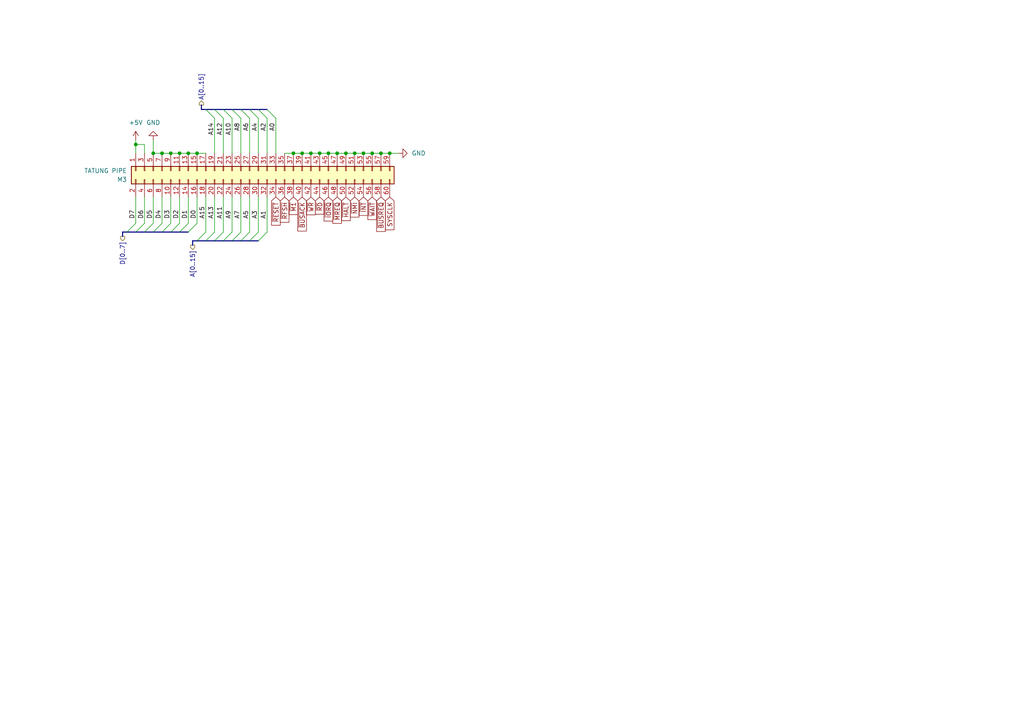
<source format=kicad_sch>
(kicad_sch (version 20250114) (generator "eeschema") (generator_version "9.0")
  (paper "A4")
  (lib_symbols
    (symbol "Connector_Generic:Conn_02x30_Odd_Even" (pin_names (offset 1.016) (hide yes))
      (property "Reference" "J" (at 1.27 38.1 0))
      (property "Value" "Conn_02x30_Odd_Even" (at 1.27 -40.64 0))
      (symbol "Conn_02x30_Odd_Even_1_1"
        (rectangle (start -1.27 36.83) (end 3.81 -39.37) (stroke (width 0.254)) (fill (type background)))
        (rectangle (start -1.27 35.687) (end 0 35.433) (stroke (width 0.1524)))
        (rectangle (start -1.27 33.147) (end 0 32.893) (stroke (width 0.1524)))
        (rectangle (start -1.27 30.607) (end 0 30.353) (stroke (width 0.1524)))
        (rectangle (start -1.27 28.067) (end 0 27.813) (stroke (width 0.1524)))
        (rectangle (start -1.27 25.527) (end 0 25.273) (stroke (width 0.1524)))
        (rectangle (start -1.27 22.987) (end 0 22.733) (stroke (width 0.1524)))
        (rectangle (start -1.27 20.447) (end 0 20.193) (stroke (width 0.1524)))
        (rectangle (start -1.27 17.907) (end 0 17.653) (stroke (width 0.1524)))
        (rectangle (start -1.27 15.367) (end 0 15.113) (stroke (width 0.1524)))
        (rectangle (start -1.27 12.827) (end 0 12.573) (stroke (width 0.1524)))
        (rectangle (start -1.27 10.287) (end 0 10.033) (stroke (width 0.1524)))
        (rectangle (start -1.27 7.747) (end 0 7.493) (stroke (width 0.1524)))
        (rectangle (start -1.27 5.207) (end 0 4.953) (stroke (width 0.1524)))
        (rectangle (start -1.27 2.667) (end 0 2.413) (stroke (width 0.1524)))
        (rectangle (start -1.27 0.127) (end 0 -0.127) (stroke (width 0.1524)))
        (rectangle (start -1.27 -2.413) (end 0 -2.667) (stroke (width 0.1524)))
        (rectangle (start -1.27 -4.953) (end 0 -5.207) (stroke (width 0.1524)))
        (rectangle (start -1.27 -7.493) (end 0 -7.747) (stroke (width 0.1524)))
        (rectangle (start -1.27 -10.033) (end 0 -10.287) (stroke (width 0.1524)))
        (rectangle (start -1.27 -12.573) (end 0 -12.827) (stroke (width 0.1524)))
        (rectangle (start -1.27 -15.113) (end 0 -15.367) (stroke (width 0.1524)))
        (rectangle (start -1.27 -17.653) (end 0 -17.907) (stroke (width 0.1524)))
        (rectangle (start -1.27 -20.193) (end 0 -20.447) (stroke (width 0.1524)))
        (rectangle (start -1.27 -22.733) (end 0 -22.987) (stroke (width 0.1524)))
        (rectangle (start -1.27 -25.273) (end 0 -25.527) (stroke (width 0.1524)))
        (rectangle (start -1.27 -27.813) (end 0 -28.067) (stroke (width 0.1524)))
        (rectangle (start -1.27 -30.353) (end 0 -30.607) (stroke (width 0.1524)))
        (rectangle (start -1.27 -32.893) (end 0 -33.147) (stroke (width 0.1524)))
        (rectangle (start -1.27 -35.433) (end 0 -35.687) (stroke (width 0.1524)))
        (rectangle (start -1.27 -37.973) (end 0 -38.227) (stroke (width 0.1524)))
        (rectangle (start 3.81 35.687) (end 2.54 35.433) (stroke (width 0.1524)))
        (rectangle (start 3.81 33.147) (end 2.54 32.893) (stroke (width 0.1524)))
        (rectangle (start 3.81 30.607) (end 2.54 30.353) (stroke (width 0.1524)))
        (rectangle (start 3.81 28.067) (end 2.54 27.813) (stroke (width 0.1524)))
        (rectangle (start 3.81 25.527) (end 2.54 25.273) (stroke (width 0.1524)))
        (rectangle (start 3.81 22.987) (end 2.54 22.733) (stroke (width 0.1524)))
        (rectangle (start 3.81 20.447) (end 2.54 20.193) (stroke (width 0.1524)))
        (rectangle (start 3.81 17.907) (end 2.54 17.653) (stroke (width 0.1524)))
        (rectangle (start 3.81 15.367) (end 2.54 15.113) (stroke (width 0.1524)))
        (rectangle (start 3.81 12.827) (end 2.54 12.573) (stroke (width 0.1524)))
        (rectangle (start 3.81 10.287) (end 2.54 10.033) (stroke (width 0.1524)))
        (rectangle (start 3.81 7.747) (end 2.54 7.493) (stroke (width 0.1524)))
        (rectangle (start 3.81 5.207) (end 2.54 4.953) (stroke (width 0.1524)))
        (rectangle (start 3.81 2.667) (end 2.54 2.413) (stroke (width 0.1524)))
        (rectangle (start 3.81 0.127) (end 2.54 -0.127) (stroke (width 0.1524)))
        (rectangle (start 3.81 -2.413) (end 2.54 -2.667) (stroke (width 0.1524)))
        (rectangle (start 3.81 -4.953) (end 2.54 -5.207) (stroke (width 0.1524)))
        (rectangle (start 3.81 -7.493) (end 2.54 -7.747) (stroke (width 0.1524)))
        (rectangle (start 3.81 -10.033) (end 2.54 -10.287) (stroke (width 0.1524)))
        (rectangle (start 3.81 -12.573) (end 2.54 -12.827) (stroke (width 0.1524)))
        (rectangle (start 3.81 -15.113) (end 2.54 -15.367) (stroke (width 0.1524)))
        (rectangle (start 3.81 -17.653) (end 2.54 -17.907) (stroke (width 0.1524)))
        (rectangle (start 3.81 -20.193) (end 2.54 -20.447) (stroke (width 0.1524)))
        (rectangle (start 3.81 -22.733) (end 2.54 -22.987) (stroke (width 0.1524)))
        (rectangle (start 3.81 -25.273) (end 2.54 -25.527) (stroke (width 0.1524)))
        (rectangle (start 3.81 -27.813) (end 2.54 -28.067) (stroke (width 0.1524)))
        (rectangle (start 3.81 -30.353) (end 2.54 -30.607) (stroke (width 0.1524)))
        (rectangle (start 3.81 -32.893) (end 2.54 -33.147) (stroke (width 0.1524)))
        (rectangle (start 3.81 -35.433) (end 2.54 -35.687) (stroke (width 0.1524)))
        (rectangle (start 3.81 -37.973) (end 2.54 -38.227) (stroke (width 0.1524)))
        (pin passive line (at -5.08 35.56 0) (length 3.81) (name "Pin_1") (number "1"))
        (pin passive line (at -5.08 33.02 0) (length 3.81) (name "Pin_3") (number "3"))
        (pin passive line (at -5.08 30.48 0) (length 3.81) (name "Pin_5") (number "5"))
        (pin passive line (at -5.08 27.94 0) (length 3.81) (name "Pin_7") (number "7"))
        (pin passive line (at -5.08 25.4 0) (length 3.81) (name "Pin_9") (number "9"))
        (pin passive line (at -5.08 22.86 0) (length 3.81) (name "Pin_11") (number "11"))
        (pin passive line (at -5.08 20.32 0) (length 3.81) (name "Pin_13") (number "13"))
        (pin passive line (at -5.08 17.78 0) (length 3.81) (name "Pin_15") (number "15"))
        (pin passive line (at -5.08 15.24 0) (length 3.81) (name "Pin_17") (number "17"))
        (pin passive line (at -5.08 12.7 0) (length 3.81) (name "Pin_19") (number "19"))
        (pin passive line (at -5.08 10.16 0) (length 3.81) (name "Pin_21") (number "21"))
        (pin passive line (at -5.08 7.62 0) (length 3.81) (name "Pin_23") (number "23"))
        (pin passive line (at -5.08 5.08 0) (length 3.81) (name "Pin_25") (number "25"))
        (pin passive line (at -5.08 2.54 0) (length 3.81) (name "Pin_27") (number "27"))
        (pin passive line (at -5.08 0 0) (length 3.81) (name "Pin_29") (number "29"))
        (pin passive line (at -5.08 -2.54 0) (length 3.81) (name "Pin_31") (number "31"))
        (pin passive line (at -5.08 -5.08 0) (length 3.81) (name "Pin_33") (number "33"))
        (pin passive line (at -5.08 -7.62 0) (length 3.81) (name "Pin_35") (number "35"))
        (pin passive line (at -5.08 -10.16 0) (length 3.81) (name "Pin_37") (number "37"))
        (pin passive line (at -5.08 -12.7 0) (length 3.81) (name "Pin_39") (number "39"))
        (pin passive line (at -5.08 -15.24 0) (length 3.81) (name "Pin_41") (number "41"))
        (pin passive line (at -5.08 -17.78 0) (length 3.81) (name "Pin_43") (number "43"))
        (pin passive line (at -5.08 -20.32 0) (length 3.81) (name "Pin_45") (number "45"))
        (pin passive line (at -5.08 -22.86 0) (length 3.81) (name "Pin_47") (number "47"))
        (pin passive line (at -5.08 -25.4 0) (length 3.81) (name "Pin_49") (number "49"))
        (pin passive line (at -5.08 -27.94 0) (length 3.81) (name "Pin_51") (number "51"))
        (pin passive line (at -5.08 -30.48 0) (length 3.81) (name "Pin_53") (number "53"))
        (pin passive line (at -5.08 -33.02 0) (length 3.81) (name "Pin_55") (number "55"))
        (pin passive line (at -5.08 -35.56 0) (length 3.81) (name "Pin_57") (number "57"))
        (pin passive line (at -5.08 -38.1 0) (length 3.81) (name "Pin_59") (number "59"))
        (pin passive line (at 7.62 35.56 180) (length 3.81) (name "Pin_2") (number "2"))
        (pin passive line (at 7.62 33.02 180) (length 3.81) (name "Pin_4") (number "4"))
        (pin passive line (at 7.62 30.48 180) (length 3.81) (name "Pin_6") (number "6"))
        (pin passive line (at 7.62 27.94 180) (length 3.81) (name "Pin_8") (number "8"))
        (pin passive line (at 7.62 25.4 180) (length 3.81) (name "Pin_10") (number "10"))
        (pin passive line (at 7.62 22.86 180) (length 3.81) (name "Pin_12") (number "12"))
        (pin passive line (at 7.62 20.32 180) (length 3.81) (name "Pin_14") (number "14"))
        (pin passive line (at 7.62 17.78 180) (length 3.81) (name "Pin_16") (number "16"))
        (pin passive line (at 7.62 15.24 180) (length 3.81) (name "Pin_18") (number "18"))
        (pin passive line (at 7.62 12.7 180) (length 3.81) (name "Pin_20") (number "20"))
        (pin passive line (at 7.62 10.16 180) (length 3.81) (name "Pin_22") (number "22"))
        (pin passive line (at 7.62 7.62 180) (length 3.81) (name "Pin_24") (number "24"))
        (pin passive line (at 7.62 5.08 180) (length 3.81) (name "Pin_26") (number "26"))
        (pin passive line (at 7.62 2.54 180) (length 3.81) (name "Pin_28") (number "28"))
        (pin passive line (at 7.62 0 180) (length 3.81) (name "Pin_30") (number "30"))
        (pin passive line (at 7.62 -2.54 180) (length 3.81) (name "Pin_32") (number "32"))
        (pin passive line (at 7.62 -5.08 180) (length 3.81) (name "Pin_34") (number "34"))
        (pin passive line (at 7.62 -7.62 180) (length 3.81) (name "Pin_36") (number "36"))
        (pin passive line (at 7.62 -10.16 180) (length 3.81) (name "Pin_38") (number "38"))
        (pin passive line (at 7.62 -12.7 180) (length 3.81) (name "Pin_40") (number "40"))
        (pin passive line (at 7.62 -15.24 180) (length 3.81) (name "Pin_42") (number "42"))
        (pin passive line (at 7.62 -17.78 180) (length 3.81) (name "Pin_44") (number "44"))
        (pin passive line (at 7.62 -20.32 180) (length 3.81) (name "Pin_46") (number "46"))
        (pin passive line (at 7.62 -22.86 180) (length 3.81) (name "Pin_48") (number "48"))
        (pin passive line (at 7.62 -25.4 180) (length 3.81) (name "Pin_50") (number "50"))
        (pin passive line (at 7.62 -27.94 180) (length 3.81) (name "Pin_52") (number "52"))
        (pin passive line (at 7.62 -30.48 180) (length 3.81) (name "Pin_54") (number "54"))
        (pin passive line (at 7.62 -33.02 180) (length 3.81) (name "Pin_56") (number "56"))
        (pin passive line (at 7.62 -35.56 180) (length 3.81) (name "Pin_58") (number "58"))
        (pin passive line (at 7.62 -38.1 180) (length 3.81) (name "Pin_60") (number "60"))
      )
    )
    (symbol "power:+5V" (power) (pin_numbers (hide yes)) (pin_names (offset 0) (hide yes))
      (property "Value" "+5V" (at 0 3.556 0))
      (symbol "+5V_0_1"
        (polyline (pts (xy -0.762 1.27) (xy 0 2.54)))
        (polyline (pts (xy 0 2.54) (xy 0.762 1.27)))
        (polyline (pts (xy 0 0) (xy 0 2.54)))
      )
      (symbol "+5V_1_1"
        (pin power_in line (at 0 0 90) (length 0) (name "~") (number "1"))
      )
    )
    (symbol "power:GND" (power) (pin_numbers (hide yes)) (pin_names (offset 0) (hide yes))
      (property "Value" "GND" (at 0 -3.81 0))
      (symbol "GND_0_1"
        (polyline (pts (xy 0 0) (xy 0 -1.27) (xy 1.27 -1.27) (xy 0 -2.54) (xy -1.27 -1.27) (xy 0 -1.27)))
      )
      (symbol "GND_1_1"
        (pin power_in line (at 0 0 270) (length 0) (name "~") (number "1"))
      )
    )
  )
  (junction (at 52.07 44.45))
  (junction (at 39.37 41.91))
  (junction (at 57.15 44.45))
  (junction (at 87.63 44.45))
  (junction (at 95.25 44.45))
  (junction (at 97.79 44.45))
  (junction (at 54.61 44.45))
  (junction (at 105.41 44.45))
  (junction (at 102.87 44.45))
  (junction (at 49.53 44.45))
  (junction (at 92.71 44.45))
  (junction (at 46.99 44.45))
  (junction (at 85.09 44.45))
  (junction (at 44.45 44.45))
  (junction (at 90.17 44.45))
  (junction (at 107.95 44.45))
  (junction (at 100.33 44.45))
  (junction (at 110.49 44.45))
  (junction (at 113.03 44.45))
  (bus_entry (at 74.93 67.31) (size -2.54 2.54))
  (bus_entry (at 72.39 34.29) (size -2.54 -2.54))
  (bus_entry (at 77.47 67.31) (size -2.54 2.54))
  (bus_entry (at 49.53 64.77) (size -2.54 2.54))
  (bus_entry (at 44.45 64.77) (size -2.54 2.54))
  (bus_entry (at 64.77 67.31) (size -2.54 2.54))
  (bus_entry (at 64.77 34.29) (size -2.54 -2.54))
  (bus_entry (at 54.61 64.77) (size -2.54 2.54))
  (bus_entry (at 57.15 64.77) (size -2.54 2.54))
  (bus_entry (at 80.01 34.29) (size -2.54 -2.54))
  (bus_entry (at 41.91 64.77) (size -2.54 2.54))
  (bus_entry (at 72.39 67.31) (size -2.54 2.54))
  (bus_entry (at 62.23 67.31) (size -2.54 2.54))
  (bus_entry (at 62.23 34.29) (size -2.54 -2.54))
  (bus_entry (at 46.99 64.77) (size -2.54 2.54))
  (bus_entry (at 74.93 34.29) (size -2.54 -2.54))
  (bus_entry (at 39.37 64.77) (size -2.54 2.54))
  (bus_entry (at 67.31 67.31) (size -2.54 2.54))
  (bus_entry (at 59.69 67.31) (size -2.54 2.54))
  (bus_entry (at 69.85 67.31) (size -2.54 2.54))
  (bus_entry (at 77.47 34.29) (size -2.54 -2.54))
  (bus_entry (at 52.07 64.77) (size -2.54 2.54))
  (bus_entry (at 67.31 34.29) (size -2.54 -2.54))
  (bus_entry (at 69.85 34.29) (size -2.54 -2.54))
  (bus (pts (xy 67.31 31.75) (xy 69.85 31.75)))
  (wire (pts (xy 72.39 57.15) (xy 72.39 67.31)))
  (bus (pts (xy 46.99 67.31) (xy 49.53 67.31)))
  (wire (pts (xy 105.41 44.45) (xy 107.95 44.45)))
  (bus (pts (xy 44.45 67.31) (xy 46.99 67.31)))
  (bus (pts (xy 62.23 31.75) (xy 64.77 31.75)))
  (wire (pts (xy 46.99 57.15) (xy 46.99 64.77)))
  (wire (pts (xy 80.01 44.45) (xy 80.01 34.29)))
  (bus (pts (xy 64.77 69.85) (xy 67.31 69.85)))
  (bus (pts (xy 62.23 69.85) (xy 64.77 69.85)))
  (bus (pts (xy 59.69 69.85) (xy 62.23 69.85)))
  (wire (pts (xy 113.03 44.45) (xy 115.57 44.45)))
  (wire (pts (xy 97.79 44.45) (xy 100.33 44.45)))
  (bus (pts (xy 74.93 31.75) (xy 77.47 31.75)))
  (wire (pts (xy 44.45 57.15) (xy 44.45 64.77)))
  (wire (pts (xy 44.45 44.45) (xy 46.99 44.45)))
  (bus (pts (xy 35.56 68.58) (xy 35.56 67.31)))
  (bus (pts (xy 35.56 67.31) (xy 36.83 67.31)))
  (wire (pts (xy 74.93 57.15) (xy 74.93 67.31)))
  (wire (pts (xy 82.55 44.45) (xy 85.09 44.45)))
  (wire (pts (xy 100.33 44.45) (xy 102.87 44.45)))
  (wire (pts (xy 39.37 40.64) (xy 39.37 41.91)))
  (bus (pts (xy 41.91 67.31) (xy 44.45 67.31)))
  (wire (pts (xy 59.69 57.15) (xy 59.69 67.31)))
  (wire (pts (xy 69.85 44.45) (xy 69.85 34.29)))
  (wire (pts (xy 110.49 44.45) (xy 113.03 44.45)))
  (wire (pts (xy 44.45 40.64) (xy 44.45 44.45)))
  (bus (pts (xy 58.42 31.75) (xy 59.69 31.75)))
  (bus (pts (xy 57.15 69.85) (xy 59.69 69.85)))
  (wire (pts (xy 107.95 44.45) (xy 110.49 44.45)))
  (wire (pts (xy 72.39 44.45) (xy 72.39 34.29)))
  (wire (pts (xy 67.31 57.15) (xy 67.31 67.31)))
  (wire (pts (xy 67.31 44.45) (xy 67.31 34.29)))
  (wire (pts (xy 41.91 41.91) (xy 39.37 41.91)))
  (wire (pts (xy 74.93 44.45) (xy 74.93 34.29)))
  (bus (pts (xy 36.83 67.31) (xy 39.37 67.31)))
  (wire (pts (xy 39.37 41.91) (xy 39.37 44.45)))
  (bus (pts (xy 72.39 69.85) (xy 74.93 69.85)))
  (wire (pts (xy 62.23 57.15) (xy 62.23 67.31)))
  (wire (pts (xy 95.25 44.45) (xy 97.79 44.45)))
  (wire (pts (xy 54.61 44.45) (xy 57.15 44.45)))
  (bus (pts (xy 69.85 31.75) (xy 72.39 31.75)))
  (wire (pts (xy 64.77 57.15) (xy 64.77 67.31)))
  (bus (pts (xy 55.88 69.85) (xy 57.15 69.85)))
  (bus (pts (xy 58.42 30.48) (xy 58.42 31.75)))
  (wire (pts (xy 85.09 44.45) (xy 87.63 44.45)))
  (wire (pts (xy 92.71 44.45) (xy 95.25 44.45)))
  (wire (pts (xy 46.99 44.45) (xy 49.53 44.45)))
  (wire (pts (xy 49.53 44.45) (xy 52.07 44.45)))
  (bus (pts (xy 52.07 67.31) (xy 54.61 67.31)))
  (bus (pts (xy 55.88 71.12) (xy 55.88 69.85)))
  (wire (pts (xy 102.87 44.45) (xy 105.41 44.45)))
  (wire (pts (xy 52.07 44.45) (xy 54.61 44.45)))
  (bus (pts (xy 64.77 31.75) (xy 67.31 31.75)))
  (wire (pts (xy 87.63 44.45) (xy 90.17 44.45)))
  (bus (pts (xy 72.39 31.75) (xy 74.93 31.75)))
  (wire (pts (xy 39.37 57.15) (xy 39.37 64.77)))
  (wire (pts (xy 64.77 44.45) (xy 64.77 34.29)))
  (bus (pts (xy 67.31 69.85) (xy 69.85 69.85)))
  (bus (pts (xy 49.53 67.31) (xy 52.07 67.31)))
  (wire (pts (xy 90.17 44.45) (xy 92.71 44.45)))
  (wire (pts (xy 41.91 57.15) (xy 41.91 64.77)))
  (wire (pts (xy 62.23 44.45) (xy 62.23 34.29)))
  (wire (pts (xy 57.15 44.45) (xy 59.69 44.45)))
  (bus (pts (xy 59.69 31.75) (xy 62.23 31.75)))
  (wire (pts (xy 52.07 57.15) (xy 52.07 64.77)))
  (wire (pts (xy 77.47 44.45) (xy 77.47 34.29)))
  (wire (pts (xy 69.85 57.15) (xy 69.85 67.31)))
  (wire (pts (xy 57.15 57.15) (xy 57.15 64.77)))
  (bus (pts (xy 69.85 69.85) (xy 72.39 69.85)))
  (wire (pts (xy 41.91 44.45) (xy 41.91 41.91)))
  (wire (pts (xy 49.53 57.15) (xy 49.53 64.77)))
  (wire (pts (xy 54.61 57.15) (xy 54.61 64.77)))
  (bus (pts (xy 39.37 67.31) (xy 41.91 67.31)))
  (wire (pts (xy 77.47 57.15) (xy 77.47 67.31)))
  (label "A9" (at 67.31 63.5 90))
  (label "A3" (at 74.93 63.5 90))
  (label "D4" (at 46.99 63.5 90))
  (label "A6" (at 72.39 35.56 270))
  (label "A11" (at 64.77 63.5 90))
  (label "A4" (at 74.93 35.56 270))
  (label "A7" (at 69.85 63.5 90))
  (label "A0" (at 80.01 35.56 270))
  (label "D1" (at 54.61 63.5 90))
  (label "A5" (at 72.39 63.5 90))
  (label "A8" (at 69.85 35.56 270))
  (label "A10" (at 67.31 35.56 270))
  (label "D5" (at 44.45 63.5 90))
  (label "D2" (at 52.07 63.5 90))
  (label "A1" (at 77.47 63.5 90))
  (label "A14" (at 62.23 35.56 270))
  (label "D7" (at 39.37 63.5 90))
  (label "A13" (at 62.23 63.5 90))
  (label "A12" (at 64.77 35.56 270))
  (label "D3" (at 49.53 63.5 90))
  (label "D0" (at 57.15 63.5 90))
  (label "D6" (at 41.91 63.5 90))
  (label "A2" (at 77.47 35.56 270))
  (label "A15" (at 59.69 63.5 90))
  (global_label "~{RD}" (shape input) (at 92.71 57.15 270) (property "Intersheetrefs" "${INTERSHEET_REFS}" (effects (hide yes))))
  (global_label "~{BUSREQ}" (shape input) (at 110.49 57.15 270) (property "Intersheetrefs" "${INTERSHEET_REFS}" (effects (hide yes))))
  (global_label "~{INT}" (shape input) (at 105.41 57.15 270) (property "Intersheetrefs" "${INTERSHEET_REFS}" (effects (hide yes))))
  (global_label "~{WR}" (shape input) (at 90.17 57.15 270) (property "Intersheetrefs" "${INTERSHEET_REFS}" (effects (hide yes))))
  (global_label "~{RESET}" (shape input) (at 80.01 57.15 270) (property "Intersheetrefs" "${INTERSHEET_REFS}" (effects (hide yes))))
  (global_label "~{HALT}" (shape input) (at 100.33 57.15 270) (property "Intersheetrefs" "${INTERSHEET_REFS}" (effects (hide yes))))
  (global_label "~{WAIT}" (shape input) (at 107.95 57.15 270) (property "Intersheetrefs" "${INTERSHEET_REFS}" (effects (hide yes))))
  (global_label "~{BUSACK}" (shape input) (at 87.63 57.15 270) (property "Intersheetrefs" "${INTERSHEET_REFS}" (effects (hide yes))))
  (global_label "~{RFSH}" (shape input) (at 82.55 57.15 270) (property "Intersheetrefs" "${INTERSHEET_REFS}" (effects (hide yes))))
  (global_label "~{MREQ}" (shape input) (at 97.79 57.15 270) (property "Intersheetrefs" "${INTERSHEET_REFS}" (effects (hide yes))))
  (global_label "~{IORQ}" (shape input) (at 95.25 57.15 270) (property "Intersheetrefs" "${INTERSHEET_REFS}" (effects (hide yes))))
  (global_label "~{NMI}" (shape input) (at 102.87 57.15 270) (property "Intersheetrefs" "${INTERSHEET_REFS}" (effects (hide yes))))
  (global_label "SYSCLK" (shape input) (at 113.03 57.15 270) (property "Intersheetrefs" "${INTERSHEET_REFS}" (effects (hide yes))))
  (global_label "~{M1}" (shape input) (at 85.09 57.15 270) (property "Intersheetrefs" "${INTERSHEET_REFS}" (effects (hide yes))))
  (hierarchical_label "A[0..15]" (shape output) (at 55.88 71.12 270))
  (hierarchical_label "A[0..15]" (shape output) (at 58.42 30.48 90))
  (hierarchical_label "D[0..7]" (shape output) (at 35.56 68.58 270))
  (symbol (lib_id "power:GND") (at 44.45 40.64 180) (unit 1)
    (property "Reference" "#PWR0203" (effects (hide yes)))
    (property "Value" "GND" (at 44.45 35.56 0))
    (property "Description" "Power symbol creates a global label with name \"GND\" , ground" (effects (hide yes)))
  )
  (symbol (lib_id "power:+5V") (at 39.37 40.64 0) (unit 1)
    (property "Reference" "#PWR0202" (effects (hide yes)))
    (property "Value" "+5V" (at 39.37 35.56 0))
    (property "Description" "Power symbol creates a global label with name \"+5V\"" (effects (hide yes)))
  )
  (symbol (lib_id "Connector_Generic:Conn_02x30_Odd_Even") (at 74.93 49.53 90) (mirror x) (unit 1)
    (property "Reference" "M3" (at 36.83 52.0701 90) (effects (justify left)))
    (property "Value" "TATUNG PIPE" (at 36.83 49.5301 90) (effects (justify left)))
    (property "Footprint" "Einstein:M3 PinHeader_2x30_P2.54mm" (effects (hide yes)))
    (property "Description" "Generic connector, double row, 02x30, odd/even pin numbering scheme (row 1 odd numbers, row 2 even numbers), script generated (kicad-library-utils/schlib/autogen/connector/)" (effects (hide yes)))
  )
  (symbol (lib_id "power:GND") (at 115.57 44.45 90) (unit 1)
    (property "Reference" "#PWR0204" (effects (hide yes)))
    (property "Value" "GND" (at 119.38 44.4499 90) (effects (justify right)))
    (property "Description" "Power symbol creates a global label with name \"GND\" , ground" (effects (hide yes)))
  )
)
</source>
